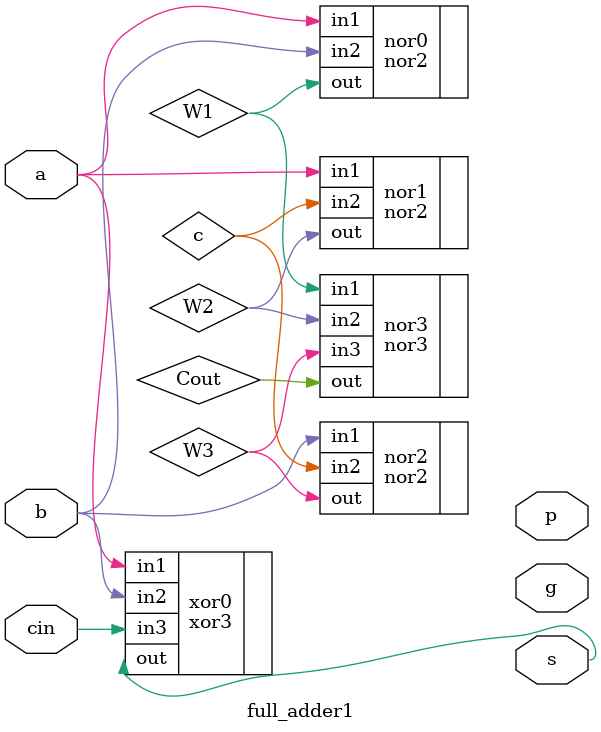
<source format=v>
module full_adder1(a, b, cin, s, p, g);

	input a, b, cin;
	output s, p, g;
	
	wire W1, W2, W3;
	
	xor3 xor0(.out(s),
		  .in1(a), 
		  .in2(b),
		  .in3(cin));
		  
	nor2 nor0(.out(W1), .in1(a), .in2(b)),
	     nor1(.out(W2), .in1(a), .in2(c)),
	     nor2(.out(W3), .in1(b), .in2(c));
	     
	nor3 nor3(.out(Cout), 
		  .in1(W1), 
		  .in2(W2), 
		  .in3(W3));

endmodule


</source>
